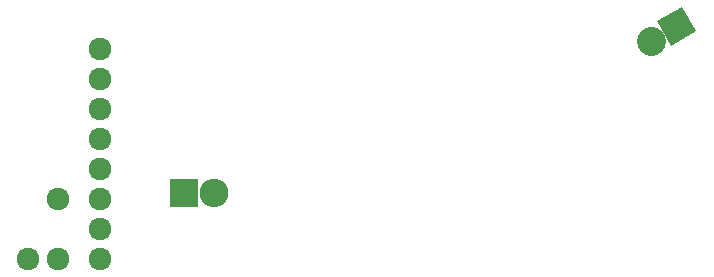
<source format=gbr>
G04 #@! TF.FileFunction,Soldermask,Bot*
%FSLAX46Y46*%
G04 Gerber Fmt 4.6, Leading zero omitted, Abs format (unit mm)*
G04 Created by KiCad (PCBNEW 4.0.4-stable) date 02/11/17 12:35:40*
%MOMM*%
%LPD*%
G01*
G04 APERTURE LIST*
%ADD10C,0.100000*%
%ADD11C,2.432000*%
%ADD12R,2.432000X2.432000*%
%ADD13O,2.432000X2.432000*%
%ADD14C,1.924000*%
G04 APERTURE END LIST*
D10*
G36*
X175238913Y-83104913D02*
X177345087Y-81888913D01*
X178561087Y-83995087D01*
X176454913Y-85211087D01*
X175238913Y-83104913D01*
X175238913Y-83104913D01*
G37*
D11*
X174700295Y-84820000D02*
X174700295Y-84820000D01*
D12*
X135210000Y-97650000D03*
D13*
X137750000Y-97650000D03*
D14*
X128100000Y-103260000D03*
X128100000Y-100720000D03*
X128100000Y-98180000D03*
X128100000Y-95640000D03*
X128100000Y-93100000D03*
X128100000Y-90560000D03*
X128100000Y-88020000D03*
X128100000Y-85480000D03*
X124544000Y-103260000D03*
X122004000Y-103260000D03*
X124550000Y-98160000D03*
M02*

</source>
